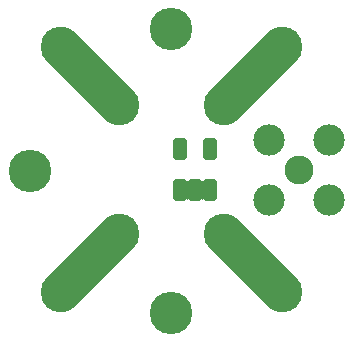
<source format=gbr>
G04 #@! TF.GenerationSoftware,KiCad,Pcbnew,(5.99.0-6591-gee6c8b60ac)*
G04 #@! TF.CreationDate,2020-11-10T06:43:54+01:00*
G04 #@! TF.ProjectId,QFHBAL01,51464842-414c-4303-912e-6b696361645f,rev?*
G04 #@! TF.SameCoordinates,Original*
G04 #@! TF.FileFunction,Soldermask,Bot*
G04 #@! TF.FilePolarity,Negative*
%FSLAX46Y46*%
G04 Gerber Fmt 4.6, Leading zero omitted, Abs format (unit mm)*
G04 Created by KiCad (PCBNEW (5.99.0-6591-gee6c8b60ac)) date 2020-11-10 06:43:54*
%MOMM*%
%LPD*%
G01*
G04 APERTURE LIST*
G04 Aperture macros list*
%AMRoundRect*
0 Rectangle with rounded corners*
0 $1 Rounding radius*
0 $2 $3 $4 $5 $6 $7 $8 $9 X,Y pos of 4 corners*
0 Add a 4 corners polygon primitive as box body*
4,1,4,$2,$3,$4,$5,$6,$7,$8,$9,$2,$3,0*
0 Add four circle primitives for the rounded corners*
1,1,$1+$1,$2,$3,0*
1,1,$1+$1,$4,$5,0*
1,1,$1+$1,$6,$7,0*
1,1,$1+$1,$8,$9,0*
0 Add four rect primitives between the rounded corners*
20,1,$1+$1,$2,$3,$4,$5,0*
20,1,$1+$1,$4,$5,$6,$7,0*
20,1,$1+$1,$6,$7,$8,$9,0*
20,1,$1+$1,$8,$9,$2,$3,0*%
%AMHorizOval*
0 Thick line with rounded ends*
0 $1 width*
0 $2 $3 position (X,Y) of the first rounded end (center of the circle)*
0 $4 $5 position (X,Y) of the second rounded end (center of the circle)*
0 Add line between two ends*
20,1,$1,$2,$3,$4,$5,0*
0 Add two circle primitives to create the rounded ends*
1,1,$1,$2,$3,0*
1,1,$1,$4,$5,0*%
G04 Aperture macros list end*
%ADD10C,3.600000*%
%ADD11C,2.450000*%
%ADD12C,2.650000*%
%ADD13HorizOval,3.400000X-2.474874X2.474874X2.474874X-2.474874X0*%
%ADD14RoundRect,0.200000X-0.380000X0.700000X-0.380000X-0.700000X0.380000X-0.700000X0.380000X0.700000X0*%
%ADD15HorizOval,3.400000X-2.474874X-2.474874X2.474874X2.474874X0*%
%ADD16HorizOval,3.400000X2.474874X2.474874X-2.474874X-2.474874X0*%
G04 APERTURE END LIST*
D10*
X138000000Y-90000000D03*
X150000000Y-102000000D03*
D11*
X160800000Y-89900000D03*
D12*
X163340000Y-87360000D03*
X163340000Y-92440000D03*
X158260000Y-87360000D03*
X158260000Y-92440000D03*
D13*
X143095837Y-81995837D03*
D10*
X150000000Y-78000000D03*
D13*
X156904163Y-97804163D03*
D14*
X150730000Y-88185000D03*
X153270000Y-88185000D03*
X153270000Y-91615000D03*
X152000000Y-91615000D03*
X150730000Y-91615000D03*
D15*
X143095837Y-97804163D03*
D16*
X156904163Y-81995837D03*
G36*
X151472258Y-90785640D02*
G01*
X151471951Y-90787098D01*
X151437109Y-90839242D01*
X151422000Y-90915199D01*
X151422000Y-92314801D01*
X151437109Y-92390758D01*
X151462096Y-92428153D01*
X151462227Y-92430149D01*
X151460564Y-92431260D01*
X151459325Y-92430929D01*
X151403009Y-92393461D01*
X151333872Y-92392364D01*
X151282096Y-92432420D01*
X151279340Y-92432124D01*
X151278370Y-92430968D01*
X151260999Y-92445543D01*
X151259029Y-92445890D01*
X151257743Y-92444358D01*
X151258050Y-92442900D01*
X151292891Y-92390758D01*
X151308000Y-92314801D01*
X151308000Y-90915199D01*
X151292891Y-90839242D01*
X151267905Y-90801849D01*
X151267774Y-90799853D01*
X151269437Y-90798742D01*
X151270676Y-90799073D01*
X151326990Y-90836539D01*
X151396127Y-90837638D01*
X151447904Y-90797580D01*
X151450660Y-90797877D01*
X151451629Y-90799032D01*
X151469002Y-90784455D01*
X151470972Y-90784108D01*
X151472258Y-90785640D01*
G37*
G36*
X152742258Y-90785640D02*
G01*
X152741951Y-90787098D01*
X152707109Y-90839242D01*
X152692000Y-90915199D01*
X152692000Y-92314801D01*
X152707109Y-92390758D01*
X152732096Y-92428153D01*
X152732227Y-92430149D01*
X152730564Y-92431260D01*
X152729325Y-92430929D01*
X152673009Y-92393461D01*
X152603872Y-92392364D01*
X152552096Y-92432420D01*
X152549340Y-92432124D01*
X152548370Y-92430968D01*
X152530999Y-92445543D01*
X152529029Y-92445890D01*
X152527743Y-92444358D01*
X152528050Y-92442900D01*
X152562891Y-92390758D01*
X152578000Y-92314801D01*
X152578000Y-90915199D01*
X152562891Y-90839242D01*
X152537905Y-90801849D01*
X152537774Y-90799853D01*
X152539437Y-90798742D01*
X152540676Y-90799073D01*
X152596990Y-90836539D01*
X152666127Y-90837638D01*
X152717904Y-90797580D01*
X152720660Y-90797877D01*
X152721629Y-90799032D01*
X152739002Y-90784455D01*
X152740972Y-90784108D01*
X152742258Y-90785640D01*
G37*
M02*

</source>
